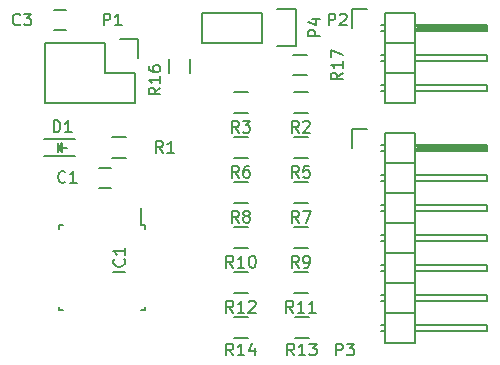
<source format=gto>
G04 #@! TF.FileFunction,Legend,Top*
%FSLAX46Y46*%
G04 Gerber Fmt 4.6, Leading zero omitted, Abs format (unit mm)*
G04 Created by KiCad (PCBNEW 4.0.2-stable) date 26.04.2016 00:44:30*
%MOMM*%
G01*
G04 APERTURE LIST*
%ADD10C,0.100000*%
%ADD11C,0.150000*%
G04 APERTURE END LIST*
D10*
D11*
X168390000Y-91835000D02*
X169590000Y-91835000D01*
X169590000Y-93585000D02*
X168390000Y-93585000D01*
X173470000Y-91835000D02*
X174670000Y-91835000D01*
X174670000Y-93585000D02*
X173470000Y-93585000D01*
X173470000Y-88025000D02*
X174670000Y-88025000D01*
X174670000Y-89775000D02*
X173470000Y-89775000D01*
X158070000Y-88025000D02*
X159270000Y-88025000D01*
X159270000Y-89775000D02*
X158070000Y-89775000D01*
X173550000Y-103265000D02*
X174750000Y-103265000D01*
X174750000Y-105015000D02*
X173550000Y-105015000D01*
X178405000Y-77190000D02*
X178405000Y-78740000D01*
X179705000Y-77190000D02*
X178405000Y-77190000D01*
X183896000Y-78613000D02*
X189738000Y-78613000D01*
X189738000Y-78613000D02*
X189738000Y-78867000D01*
X189738000Y-78867000D02*
X183896000Y-78867000D01*
X183896000Y-78867000D02*
X183896000Y-78740000D01*
X183896000Y-78740000D02*
X189738000Y-78740000D01*
X181229000Y-78486000D02*
X180848000Y-78486000D01*
X181229000Y-78994000D02*
X180848000Y-78994000D01*
X181229000Y-81026000D02*
X180848000Y-81026000D01*
X181229000Y-81534000D02*
X180848000Y-81534000D01*
X181229000Y-83566000D02*
X180848000Y-83566000D01*
X181229000Y-84074000D02*
X180848000Y-84074000D01*
X183769000Y-80010000D02*
X183769000Y-77470000D01*
X189865000Y-78994000D02*
X183769000Y-78994000D01*
X189865000Y-78486000D02*
X189865000Y-78994000D01*
X183769000Y-78486000D02*
X189865000Y-78486000D01*
X181229000Y-80010000D02*
X183769000Y-80010000D01*
X181229000Y-77470000D02*
X181229000Y-80010000D01*
X181229000Y-77470000D02*
X183769000Y-77470000D01*
X181229000Y-82550000D02*
X183769000Y-82550000D01*
X181229000Y-82550000D02*
X181229000Y-85090000D01*
X183769000Y-83566000D02*
X189865000Y-83566000D01*
X189865000Y-83566000D02*
X189865000Y-84074000D01*
X189865000Y-84074000D02*
X183769000Y-84074000D01*
X183769000Y-85090000D02*
X183769000Y-82550000D01*
X183769000Y-82550000D02*
X183769000Y-80010000D01*
X189865000Y-81534000D02*
X183769000Y-81534000D01*
X189865000Y-81026000D02*
X189865000Y-81534000D01*
X183769000Y-81026000D02*
X189865000Y-81026000D01*
X181229000Y-82550000D02*
X183769000Y-82550000D01*
X181229000Y-80010000D02*
X181229000Y-82550000D01*
X181229000Y-80010000D02*
X183769000Y-80010000D01*
X181229000Y-85090000D02*
X183769000Y-85090000D01*
X168390000Y-88025000D02*
X169590000Y-88025000D01*
X169590000Y-89775000D02*
X168390000Y-89775000D01*
X173470000Y-95645000D02*
X174670000Y-95645000D01*
X174670000Y-97395000D02*
X173470000Y-97395000D01*
X173470000Y-99455000D02*
X174670000Y-99455000D01*
X174670000Y-101205000D02*
X173470000Y-101205000D01*
X168390000Y-95645000D02*
X169590000Y-95645000D01*
X169590000Y-97395000D02*
X168390000Y-97395000D01*
X173470000Y-84215000D02*
X174670000Y-84215000D01*
X174670000Y-85965000D02*
X173470000Y-85965000D01*
X168390000Y-84215000D02*
X169590000Y-84215000D01*
X169590000Y-85965000D02*
X168390000Y-85965000D01*
X168390000Y-99455000D02*
X169590000Y-99455000D01*
X169590000Y-101205000D02*
X168390000Y-101205000D01*
X168390000Y-103265000D02*
X169590000Y-103265000D01*
X169590000Y-105015000D02*
X168390000Y-105015000D01*
X157480000Y-80010000D02*
X152400000Y-80010000D01*
X160300000Y-79730000D02*
X160300000Y-81280000D01*
X160020000Y-82550000D02*
X157480000Y-82550000D01*
X157480000Y-82550000D02*
X157480000Y-80010000D01*
X152400000Y-80010000D02*
X152400000Y-85090000D01*
X152400000Y-85090000D02*
X157480000Y-85090000D01*
X160300000Y-79730000D02*
X158750000Y-79730000D01*
X160020000Y-85090000D02*
X160020000Y-82550000D01*
X157480000Y-85090000D02*
X160020000Y-85090000D01*
X178405000Y-87350000D02*
X178405000Y-88900000D01*
X179705000Y-87350000D02*
X178405000Y-87350000D01*
X183896000Y-88773000D02*
X189738000Y-88773000D01*
X189738000Y-88773000D02*
X189738000Y-89027000D01*
X189738000Y-89027000D02*
X183896000Y-89027000D01*
X183896000Y-89027000D02*
X183896000Y-88900000D01*
X183896000Y-88900000D02*
X189738000Y-88900000D01*
X181229000Y-88646000D02*
X180848000Y-88646000D01*
X181229000Y-89154000D02*
X180848000Y-89154000D01*
X181229000Y-91186000D02*
X180848000Y-91186000D01*
X181229000Y-91694000D02*
X180848000Y-91694000D01*
X181229000Y-93726000D02*
X180848000Y-93726000D01*
X181229000Y-94234000D02*
X180848000Y-94234000D01*
X181229000Y-96266000D02*
X180848000Y-96266000D01*
X181229000Y-96774000D02*
X180848000Y-96774000D01*
X181229000Y-104394000D02*
X180848000Y-104394000D01*
X181229000Y-103886000D02*
X180848000Y-103886000D01*
X181229000Y-101854000D02*
X180848000Y-101854000D01*
X181229000Y-101346000D02*
X180848000Y-101346000D01*
X181229000Y-99314000D02*
X180848000Y-99314000D01*
X181229000Y-98806000D02*
X180848000Y-98806000D01*
X183769000Y-90170000D02*
X183769000Y-87630000D01*
X189865000Y-89154000D02*
X183769000Y-89154000D01*
X189865000Y-88646000D02*
X189865000Y-89154000D01*
X183769000Y-88646000D02*
X189865000Y-88646000D01*
X181229000Y-90170000D02*
X183769000Y-90170000D01*
X181229000Y-87630000D02*
X181229000Y-90170000D01*
X181229000Y-87630000D02*
X183769000Y-87630000D01*
X181229000Y-92710000D02*
X183769000Y-92710000D01*
X181229000Y-92710000D02*
X181229000Y-95250000D01*
X181229000Y-95250000D02*
X183769000Y-95250000D01*
X183769000Y-93726000D02*
X189865000Y-93726000D01*
X189865000Y-93726000D02*
X189865000Y-94234000D01*
X189865000Y-94234000D02*
X183769000Y-94234000D01*
X183769000Y-95250000D02*
X183769000Y-92710000D01*
X183769000Y-92710000D02*
X183769000Y-90170000D01*
X189865000Y-91694000D02*
X183769000Y-91694000D01*
X189865000Y-91186000D02*
X189865000Y-91694000D01*
X183769000Y-91186000D02*
X189865000Y-91186000D01*
X181229000Y-92710000D02*
X183769000Y-92710000D01*
X181229000Y-90170000D02*
X181229000Y-92710000D01*
X181229000Y-90170000D02*
X183769000Y-90170000D01*
X181229000Y-100330000D02*
X183769000Y-100330000D01*
X181229000Y-100330000D02*
X181229000Y-102870000D01*
X181229000Y-102870000D02*
X183769000Y-102870000D01*
X183769000Y-101346000D02*
X189865000Y-101346000D01*
X189865000Y-101346000D02*
X189865000Y-101854000D01*
X189865000Y-101854000D02*
X183769000Y-101854000D01*
X183769000Y-102870000D02*
X183769000Y-100330000D01*
X183769000Y-105410000D02*
X183769000Y-102870000D01*
X189865000Y-104394000D02*
X183769000Y-104394000D01*
X189865000Y-103886000D02*
X189865000Y-104394000D01*
X183769000Y-103886000D02*
X189865000Y-103886000D01*
X181229000Y-105410000D02*
X183769000Y-105410000D01*
X181229000Y-102870000D02*
X181229000Y-105410000D01*
X181229000Y-102870000D02*
X183769000Y-102870000D01*
X181229000Y-97790000D02*
X183769000Y-97790000D01*
X181229000Y-97790000D02*
X181229000Y-100330000D01*
X181229000Y-100330000D02*
X183769000Y-100330000D01*
X183769000Y-98806000D02*
X189865000Y-98806000D01*
X189865000Y-98806000D02*
X189865000Y-99314000D01*
X189865000Y-99314000D02*
X183769000Y-99314000D01*
X183769000Y-100330000D02*
X183769000Y-97790000D01*
X183769000Y-97790000D02*
X183769000Y-95250000D01*
X189865000Y-96774000D02*
X183769000Y-96774000D01*
X189865000Y-96266000D02*
X189865000Y-96774000D01*
X183769000Y-96266000D02*
X189865000Y-96266000D01*
X181229000Y-97790000D02*
X183769000Y-97790000D01*
X181229000Y-95250000D02*
X181229000Y-97790000D01*
X181229000Y-95250000D02*
X183769000Y-95250000D01*
X160845000Y-95435000D02*
X160520000Y-95435000D01*
X160845000Y-102685000D02*
X160520000Y-102685000D01*
X153595000Y-102685000D02*
X153920000Y-102685000D01*
X153595000Y-95435000D02*
X153920000Y-95435000D01*
X160845000Y-95435000D02*
X160845000Y-95760000D01*
X153595000Y-95435000D02*
X153595000Y-95760000D01*
X153595000Y-102685000D02*
X153595000Y-102360000D01*
X160845000Y-102685000D02*
X160845000Y-102360000D01*
X160520000Y-95435000D02*
X160520000Y-94010000D01*
X152290980Y-89650000D02*
X154990980Y-89650000D01*
X152290980Y-88150000D02*
X154990980Y-88150000D01*
X153790980Y-89050000D02*
X153790980Y-88800000D01*
X153790980Y-88800000D02*
X153640980Y-88950000D01*
X153540980Y-88550000D02*
X153540980Y-89250000D01*
X153890980Y-88900000D02*
X154240980Y-88900000D01*
X153540980Y-88900000D02*
X153890980Y-88550000D01*
X153890980Y-88550000D02*
X153890980Y-89250000D01*
X153890980Y-89250000D02*
X153540980Y-88900000D01*
X158000000Y-90590000D02*
X157000000Y-90590000D01*
X157000000Y-92290000D02*
X158000000Y-92290000D01*
X153170000Y-78955000D02*
X154170000Y-78955000D01*
X154170000Y-77255000D02*
X153170000Y-77255000D01*
X170815000Y-77470000D02*
X165735000Y-77470000D01*
X165735000Y-77470000D02*
X165735000Y-80010000D01*
X165735000Y-80010000D02*
X170815000Y-80010000D01*
X173635000Y-80290000D02*
X172085000Y-80290000D01*
X170815000Y-80010000D02*
X170815000Y-77470000D01*
X172085000Y-77190000D02*
X173635000Y-77190000D01*
X173635000Y-77190000D02*
X173635000Y-80290000D01*
X164705000Y-81395000D02*
X164705000Y-82595000D01*
X162955000Y-82595000D02*
X162955000Y-81395000D01*
X173390000Y-81040000D02*
X174590000Y-81040000D01*
X174590000Y-82790000D02*
X173390000Y-82790000D01*
X168823334Y-95262381D02*
X168490000Y-94786190D01*
X168251905Y-95262381D02*
X168251905Y-94262381D01*
X168632858Y-94262381D01*
X168728096Y-94310000D01*
X168775715Y-94357619D01*
X168823334Y-94452857D01*
X168823334Y-94595714D01*
X168775715Y-94690952D01*
X168728096Y-94738571D01*
X168632858Y-94786190D01*
X168251905Y-94786190D01*
X169394762Y-94690952D02*
X169299524Y-94643333D01*
X169251905Y-94595714D01*
X169204286Y-94500476D01*
X169204286Y-94452857D01*
X169251905Y-94357619D01*
X169299524Y-94310000D01*
X169394762Y-94262381D01*
X169585239Y-94262381D01*
X169680477Y-94310000D01*
X169728096Y-94357619D01*
X169775715Y-94452857D01*
X169775715Y-94500476D01*
X169728096Y-94595714D01*
X169680477Y-94643333D01*
X169585239Y-94690952D01*
X169394762Y-94690952D01*
X169299524Y-94738571D01*
X169251905Y-94786190D01*
X169204286Y-94881429D01*
X169204286Y-95071905D01*
X169251905Y-95167143D01*
X169299524Y-95214762D01*
X169394762Y-95262381D01*
X169585239Y-95262381D01*
X169680477Y-95214762D01*
X169728096Y-95167143D01*
X169775715Y-95071905D01*
X169775715Y-94881429D01*
X169728096Y-94786190D01*
X169680477Y-94738571D01*
X169585239Y-94690952D01*
X173903334Y-95262381D02*
X173570000Y-94786190D01*
X173331905Y-95262381D02*
X173331905Y-94262381D01*
X173712858Y-94262381D01*
X173808096Y-94310000D01*
X173855715Y-94357619D01*
X173903334Y-94452857D01*
X173903334Y-94595714D01*
X173855715Y-94690952D01*
X173808096Y-94738571D01*
X173712858Y-94786190D01*
X173331905Y-94786190D01*
X174236667Y-94262381D02*
X174903334Y-94262381D01*
X174474762Y-95262381D01*
X173903334Y-91452381D02*
X173570000Y-90976190D01*
X173331905Y-91452381D02*
X173331905Y-90452381D01*
X173712858Y-90452381D01*
X173808096Y-90500000D01*
X173855715Y-90547619D01*
X173903334Y-90642857D01*
X173903334Y-90785714D01*
X173855715Y-90880952D01*
X173808096Y-90928571D01*
X173712858Y-90976190D01*
X173331905Y-90976190D01*
X174808096Y-90452381D02*
X174331905Y-90452381D01*
X174284286Y-90928571D01*
X174331905Y-90880952D01*
X174427143Y-90833333D01*
X174665239Y-90833333D01*
X174760477Y-90880952D01*
X174808096Y-90928571D01*
X174855715Y-91023810D01*
X174855715Y-91261905D01*
X174808096Y-91357143D01*
X174760477Y-91404762D01*
X174665239Y-91452381D01*
X174427143Y-91452381D01*
X174331905Y-91404762D01*
X174284286Y-91357143D01*
X162393334Y-89352381D02*
X162060000Y-88876190D01*
X161821905Y-89352381D02*
X161821905Y-88352381D01*
X162202858Y-88352381D01*
X162298096Y-88400000D01*
X162345715Y-88447619D01*
X162393334Y-88542857D01*
X162393334Y-88685714D01*
X162345715Y-88780952D01*
X162298096Y-88828571D01*
X162202858Y-88876190D01*
X161821905Y-88876190D01*
X163345715Y-89352381D02*
X162774286Y-89352381D01*
X163060000Y-89352381D02*
X163060000Y-88352381D01*
X162964762Y-88495238D01*
X162869524Y-88590476D01*
X162774286Y-88638095D01*
X173507143Y-106497381D02*
X173173809Y-106021190D01*
X172935714Y-106497381D02*
X172935714Y-105497381D01*
X173316667Y-105497381D01*
X173411905Y-105545000D01*
X173459524Y-105592619D01*
X173507143Y-105687857D01*
X173507143Y-105830714D01*
X173459524Y-105925952D01*
X173411905Y-105973571D01*
X173316667Y-106021190D01*
X172935714Y-106021190D01*
X174459524Y-106497381D02*
X173888095Y-106497381D01*
X174173809Y-106497381D02*
X174173809Y-105497381D01*
X174078571Y-105640238D01*
X173983333Y-105735476D01*
X173888095Y-105783095D01*
X174792857Y-105497381D02*
X175411905Y-105497381D01*
X175078571Y-105878333D01*
X175221429Y-105878333D01*
X175316667Y-105925952D01*
X175364286Y-105973571D01*
X175411905Y-106068810D01*
X175411905Y-106306905D01*
X175364286Y-106402143D01*
X175316667Y-106449762D01*
X175221429Y-106497381D01*
X174935714Y-106497381D01*
X174840476Y-106449762D01*
X174792857Y-106402143D01*
X176426905Y-78557381D02*
X176426905Y-77557381D01*
X176807858Y-77557381D01*
X176903096Y-77605000D01*
X176950715Y-77652619D01*
X176998334Y-77747857D01*
X176998334Y-77890714D01*
X176950715Y-77985952D01*
X176903096Y-78033571D01*
X176807858Y-78081190D01*
X176426905Y-78081190D01*
X177379286Y-77652619D02*
X177426905Y-77605000D01*
X177522143Y-77557381D01*
X177760239Y-77557381D01*
X177855477Y-77605000D01*
X177903096Y-77652619D01*
X177950715Y-77747857D01*
X177950715Y-77843095D01*
X177903096Y-77985952D01*
X177331667Y-78557381D01*
X177950715Y-78557381D01*
X168823334Y-91452381D02*
X168490000Y-90976190D01*
X168251905Y-91452381D02*
X168251905Y-90452381D01*
X168632858Y-90452381D01*
X168728096Y-90500000D01*
X168775715Y-90547619D01*
X168823334Y-90642857D01*
X168823334Y-90785714D01*
X168775715Y-90880952D01*
X168728096Y-90928571D01*
X168632858Y-90976190D01*
X168251905Y-90976190D01*
X169680477Y-90452381D02*
X169490000Y-90452381D01*
X169394762Y-90500000D01*
X169347143Y-90547619D01*
X169251905Y-90690476D01*
X169204286Y-90880952D01*
X169204286Y-91261905D01*
X169251905Y-91357143D01*
X169299524Y-91404762D01*
X169394762Y-91452381D01*
X169585239Y-91452381D01*
X169680477Y-91404762D01*
X169728096Y-91357143D01*
X169775715Y-91261905D01*
X169775715Y-91023810D01*
X169728096Y-90928571D01*
X169680477Y-90880952D01*
X169585239Y-90833333D01*
X169394762Y-90833333D01*
X169299524Y-90880952D01*
X169251905Y-90928571D01*
X169204286Y-91023810D01*
X173903334Y-99072381D02*
X173570000Y-98596190D01*
X173331905Y-99072381D02*
X173331905Y-98072381D01*
X173712858Y-98072381D01*
X173808096Y-98120000D01*
X173855715Y-98167619D01*
X173903334Y-98262857D01*
X173903334Y-98405714D01*
X173855715Y-98500952D01*
X173808096Y-98548571D01*
X173712858Y-98596190D01*
X173331905Y-98596190D01*
X174379524Y-99072381D02*
X174570000Y-99072381D01*
X174665239Y-99024762D01*
X174712858Y-98977143D01*
X174808096Y-98834286D01*
X174855715Y-98643810D01*
X174855715Y-98262857D01*
X174808096Y-98167619D01*
X174760477Y-98120000D01*
X174665239Y-98072381D01*
X174474762Y-98072381D01*
X174379524Y-98120000D01*
X174331905Y-98167619D01*
X174284286Y-98262857D01*
X174284286Y-98500952D01*
X174331905Y-98596190D01*
X174379524Y-98643810D01*
X174474762Y-98691429D01*
X174665239Y-98691429D01*
X174760477Y-98643810D01*
X174808096Y-98596190D01*
X174855715Y-98500952D01*
X173427143Y-102882381D02*
X173093809Y-102406190D01*
X172855714Y-102882381D02*
X172855714Y-101882381D01*
X173236667Y-101882381D01*
X173331905Y-101930000D01*
X173379524Y-101977619D01*
X173427143Y-102072857D01*
X173427143Y-102215714D01*
X173379524Y-102310952D01*
X173331905Y-102358571D01*
X173236667Y-102406190D01*
X172855714Y-102406190D01*
X174379524Y-102882381D02*
X173808095Y-102882381D01*
X174093809Y-102882381D02*
X174093809Y-101882381D01*
X173998571Y-102025238D01*
X173903333Y-102120476D01*
X173808095Y-102168095D01*
X175331905Y-102882381D02*
X174760476Y-102882381D01*
X175046190Y-102882381D02*
X175046190Y-101882381D01*
X174950952Y-102025238D01*
X174855714Y-102120476D01*
X174760476Y-102168095D01*
X168347143Y-99072381D02*
X168013809Y-98596190D01*
X167775714Y-99072381D02*
X167775714Y-98072381D01*
X168156667Y-98072381D01*
X168251905Y-98120000D01*
X168299524Y-98167619D01*
X168347143Y-98262857D01*
X168347143Y-98405714D01*
X168299524Y-98500952D01*
X168251905Y-98548571D01*
X168156667Y-98596190D01*
X167775714Y-98596190D01*
X169299524Y-99072381D02*
X168728095Y-99072381D01*
X169013809Y-99072381D02*
X169013809Y-98072381D01*
X168918571Y-98215238D01*
X168823333Y-98310476D01*
X168728095Y-98358095D01*
X169918571Y-98072381D02*
X170013810Y-98072381D01*
X170109048Y-98120000D01*
X170156667Y-98167619D01*
X170204286Y-98262857D01*
X170251905Y-98453333D01*
X170251905Y-98691429D01*
X170204286Y-98881905D01*
X170156667Y-98977143D01*
X170109048Y-99024762D01*
X170013810Y-99072381D01*
X169918571Y-99072381D01*
X169823333Y-99024762D01*
X169775714Y-98977143D01*
X169728095Y-98881905D01*
X169680476Y-98691429D01*
X169680476Y-98453333D01*
X169728095Y-98262857D01*
X169775714Y-98167619D01*
X169823333Y-98120000D01*
X169918571Y-98072381D01*
X173903334Y-87642381D02*
X173570000Y-87166190D01*
X173331905Y-87642381D02*
X173331905Y-86642381D01*
X173712858Y-86642381D01*
X173808096Y-86690000D01*
X173855715Y-86737619D01*
X173903334Y-86832857D01*
X173903334Y-86975714D01*
X173855715Y-87070952D01*
X173808096Y-87118571D01*
X173712858Y-87166190D01*
X173331905Y-87166190D01*
X174284286Y-86737619D02*
X174331905Y-86690000D01*
X174427143Y-86642381D01*
X174665239Y-86642381D01*
X174760477Y-86690000D01*
X174808096Y-86737619D01*
X174855715Y-86832857D01*
X174855715Y-86928095D01*
X174808096Y-87070952D01*
X174236667Y-87642381D01*
X174855715Y-87642381D01*
X168823334Y-87642381D02*
X168490000Y-87166190D01*
X168251905Y-87642381D02*
X168251905Y-86642381D01*
X168632858Y-86642381D01*
X168728096Y-86690000D01*
X168775715Y-86737619D01*
X168823334Y-86832857D01*
X168823334Y-86975714D01*
X168775715Y-87070952D01*
X168728096Y-87118571D01*
X168632858Y-87166190D01*
X168251905Y-87166190D01*
X169156667Y-86642381D02*
X169775715Y-86642381D01*
X169442381Y-87023333D01*
X169585239Y-87023333D01*
X169680477Y-87070952D01*
X169728096Y-87118571D01*
X169775715Y-87213810D01*
X169775715Y-87451905D01*
X169728096Y-87547143D01*
X169680477Y-87594762D01*
X169585239Y-87642381D01*
X169299524Y-87642381D01*
X169204286Y-87594762D01*
X169156667Y-87547143D01*
X168347143Y-102882381D02*
X168013809Y-102406190D01*
X167775714Y-102882381D02*
X167775714Y-101882381D01*
X168156667Y-101882381D01*
X168251905Y-101930000D01*
X168299524Y-101977619D01*
X168347143Y-102072857D01*
X168347143Y-102215714D01*
X168299524Y-102310952D01*
X168251905Y-102358571D01*
X168156667Y-102406190D01*
X167775714Y-102406190D01*
X169299524Y-102882381D02*
X168728095Y-102882381D01*
X169013809Y-102882381D02*
X169013809Y-101882381D01*
X168918571Y-102025238D01*
X168823333Y-102120476D01*
X168728095Y-102168095D01*
X169680476Y-101977619D02*
X169728095Y-101930000D01*
X169823333Y-101882381D01*
X170061429Y-101882381D01*
X170156667Y-101930000D01*
X170204286Y-101977619D01*
X170251905Y-102072857D01*
X170251905Y-102168095D01*
X170204286Y-102310952D01*
X169632857Y-102882381D01*
X170251905Y-102882381D01*
X168347143Y-106497381D02*
X168013809Y-106021190D01*
X167775714Y-106497381D02*
X167775714Y-105497381D01*
X168156667Y-105497381D01*
X168251905Y-105545000D01*
X168299524Y-105592619D01*
X168347143Y-105687857D01*
X168347143Y-105830714D01*
X168299524Y-105925952D01*
X168251905Y-105973571D01*
X168156667Y-106021190D01*
X167775714Y-106021190D01*
X169299524Y-106497381D02*
X168728095Y-106497381D01*
X169013809Y-106497381D02*
X169013809Y-105497381D01*
X168918571Y-105640238D01*
X168823333Y-105735476D01*
X168728095Y-105783095D01*
X170156667Y-105830714D02*
X170156667Y-106497381D01*
X169918571Y-105449762D02*
X169680476Y-106164048D01*
X170299524Y-106164048D01*
X157376905Y-78557381D02*
X157376905Y-77557381D01*
X157757858Y-77557381D01*
X157853096Y-77605000D01*
X157900715Y-77652619D01*
X157948334Y-77747857D01*
X157948334Y-77890714D01*
X157900715Y-77985952D01*
X157853096Y-78033571D01*
X157757858Y-78081190D01*
X157376905Y-78081190D01*
X158900715Y-78557381D02*
X158329286Y-78557381D01*
X158615000Y-78557381D02*
X158615000Y-77557381D01*
X158519762Y-77700238D01*
X158424524Y-77795476D01*
X158329286Y-77843095D01*
X177061905Y-106497381D02*
X177061905Y-105497381D01*
X177442858Y-105497381D01*
X177538096Y-105545000D01*
X177585715Y-105592619D01*
X177633334Y-105687857D01*
X177633334Y-105830714D01*
X177585715Y-105925952D01*
X177538096Y-105973571D01*
X177442858Y-106021190D01*
X177061905Y-106021190D01*
X177966667Y-105497381D02*
X178585715Y-105497381D01*
X178252381Y-105878333D01*
X178395239Y-105878333D01*
X178490477Y-105925952D01*
X178538096Y-105973571D01*
X178585715Y-106068810D01*
X178585715Y-106306905D01*
X178538096Y-106402143D01*
X178490477Y-106449762D01*
X178395239Y-106497381D01*
X178109524Y-106497381D01*
X178014286Y-106449762D01*
X177966667Y-106402143D01*
X159202381Y-99401190D02*
X158202381Y-99401190D01*
X159107143Y-98353571D02*
X159154762Y-98401190D01*
X159202381Y-98544047D01*
X159202381Y-98639285D01*
X159154762Y-98782143D01*
X159059524Y-98877381D01*
X158964286Y-98925000D01*
X158773810Y-98972619D01*
X158630952Y-98972619D01*
X158440476Y-98925000D01*
X158345238Y-98877381D01*
X158250000Y-98782143D01*
X158202381Y-98639285D01*
X158202381Y-98544047D01*
X158250000Y-98401190D01*
X158297619Y-98353571D01*
X159202381Y-97401190D02*
X159202381Y-97972619D01*
X159202381Y-97686905D02*
X158202381Y-97686905D01*
X158345238Y-97782143D01*
X158440476Y-97877381D01*
X158488095Y-97972619D01*
X153152885Y-87602381D02*
X153152885Y-86602381D01*
X153390980Y-86602381D01*
X153533838Y-86650000D01*
X153629076Y-86745238D01*
X153676695Y-86840476D01*
X153724314Y-87030952D01*
X153724314Y-87173810D01*
X153676695Y-87364286D01*
X153629076Y-87459524D01*
X153533838Y-87554762D01*
X153390980Y-87602381D01*
X153152885Y-87602381D01*
X154676695Y-87602381D02*
X154105266Y-87602381D01*
X154390980Y-87602381D02*
X154390980Y-86602381D01*
X154295742Y-86745238D01*
X154200504Y-86840476D01*
X154105266Y-86888095D01*
X154138334Y-91797143D02*
X154090715Y-91844762D01*
X153947858Y-91892381D01*
X153852620Y-91892381D01*
X153709762Y-91844762D01*
X153614524Y-91749524D01*
X153566905Y-91654286D01*
X153519286Y-91463810D01*
X153519286Y-91320952D01*
X153566905Y-91130476D01*
X153614524Y-91035238D01*
X153709762Y-90940000D01*
X153852620Y-90892381D01*
X153947858Y-90892381D01*
X154090715Y-90940000D01*
X154138334Y-90987619D01*
X155090715Y-91892381D02*
X154519286Y-91892381D01*
X154805000Y-91892381D02*
X154805000Y-90892381D01*
X154709762Y-91035238D01*
X154614524Y-91130476D01*
X154519286Y-91178095D01*
X150308334Y-78462143D02*
X150260715Y-78509762D01*
X150117858Y-78557381D01*
X150022620Y-78557381D01*
X149879762Y-78509762D01*
X149784524Y-78414524D01*
X149736905Y-78319286D01*
X149689286Y-78128810D01*
X149689286Y-77985952D01*
X149736905Y-77795476D01*
X149784524Y-77700238D01*
X149879762Y-77605000D01*
X150022620Y-77557381D01*
X150117858Y-77557381D01*
X150260715Y-77605000D01*
X150308334Y-77652619D01*
X150641667Y-77557381D02*
X151260715Y-77557381D01*
X150927381Y-77938333D01*
X151070239Y-77938333D01*
X151165477Y-77985952D01*
X151213096Y-78033571D01*
X151260715Y-78128810D01*
X151260715Y-78366905D01*
X151213096Y-78462143D01*
X151165477Y-78509762D01*
X151070239Y-78557381D01*
X150784524Y-78557381D01*
X150689286Y-78509762D01*
X150641667Y-78462143D01*
X175712381Y-79478095D02*
X174712381Y-79478095D01*
X174712381Y-79097142D01*
X174760000Y-79001904D01*
X174807619Y-78954285D01*
X174902857Y-78906666D01*
X175045714Y-78906666D01*
X175140952Y-78954285D01*
X175188571Y-79001904D01*
X175236190Y-79097142D01*
X175236190Y-79478095D01*
X175045714Y-78049523D02*
X175712381Y-78049523D01*
X174664762Y-78287619D02*
X175379048Y-78525714D01*
X175379048Y-77906666D01*
X162182381Y-83827857D02*
X161706190Y-84161191D01*
X162182381Y-84399286D02*
X161182381Y-84399286D01*
X161182381Y-84018333D01*
X161230000Y-83923095D01*
X161277619Y-83875476D01*
X161372857Y-83827857D01*
X161515714Y-83827857D01*
X161610952Y-83875476D01*
X161658571Y-83923095D01*
X161706190Y-84018333D01*
X161706190Y-84399286D01*
X162182381Y-82875476D02*
X162182381Y-83446905D01*
X162182381Y-83161191D02*
X161182381Y-83161191D01*
X161325238Y-83256429D01*
X161420476Y-83351667D01*
X161468095Y-83446905D01*
X161182381Y-82018333D02*
X161182381Y-82208810D01*
X161230000Y-82304048D01*
X161277619Y-82351667D01*
X161420476Y-82446905D01*
X161610952Y-82494524D01*
X161991905Y-82494524D01*
X162087143Y-82446905D01*
X162134762Y-82399286D01*
X162182381Y-82304048D01*
X162182381Y-82113571D01*
X162134762Y-82018333D01*
X162087143Y-81970714D01*
X161991905Y-81923095D01*
X161753810Y-81923095D01*
X161658571Y-81970714D01*
X161610952Y-82018333D01*
X161563333Y-82113571D01*
X161563333Y-82304048D01*
X161610952Y-82399286D01*
X161658571Y-82446905D01*
X161753810Y-82494524D01*
X177617381Y-82557857D02*
X177141190Y-82891191D01*
X177617381Y-83129286D02*
X176617381Y-83129286D01*
X176617381Y-82748333D01*
X176665000Y-82653095D01*
X176712619Y-82605476D01*
X176807857Y-82557857D01*
X176950714Y-82557857D01*
X177045952Y-82605476D01*
X177093571Y-82653095D01*
X177141190Y-82748333D01*
X177141190Y-83129286D01*
X177617381Y-81605476D02*
X177617381Y-82176905D01*
X177617381Y-81891191D02*
X176617381Y-81891191D01*
X176760238Y-81986429D01*
X176855476Y-82081667D01*
X176903095Y-82176905D01*
X176617381Y-81272143D02*
X176617381Y-80605476D01*
X177617381Y-81034048D01*
M02*

</source>
